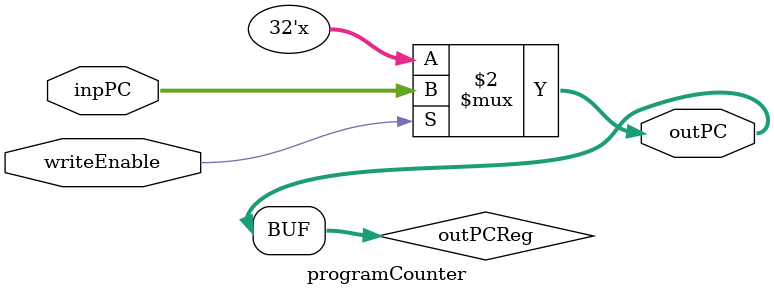
<source format=v>
module programCounter(inpPC,
                      outPC,
                      writeEnable);
    input writeEnable;
    input [31:0] inpPC;
    output wire [31:0] outPC;
    reg[31:0] outPCReg;

    always @(*) begin
        case(writeEnable)
            1'b1: outPCReg <= inpPC;
        endcase
    end
    assign outPC = outPCReg;
    
endmodule

</source>
